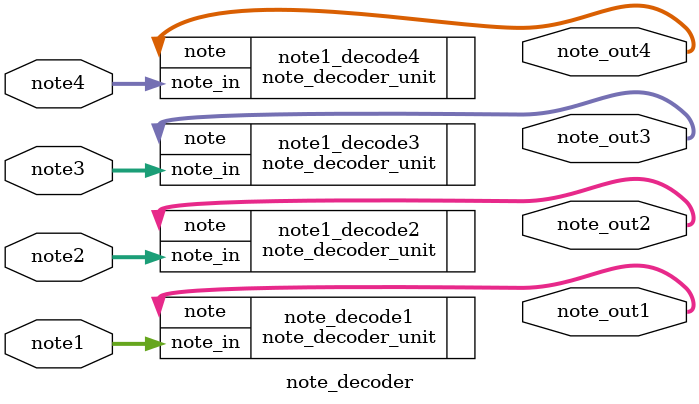
<source format=v>
module note_decoder(
    note1,
    note2,
    note3,
    note4,
    note_out1,
    note_out2,
    note_out3,
    note_out4
);
input [7:0] note1, note2, note3, note4;
output [21:0] note_out1, note_out2, note_out3, note_out4;

note_decoder_unit note_decode1(
    .note_in(note1),
    .note(note_out1)
);

note_decoder_unit note1_decode2(
    .note_in(note2),
    .note(note_out2)
);

note_decoder_unit note1_decode3(
    .note_in(note3),
    .note(note_out3)
);

note_decoder_unit note1_decode4(
    .note_in(note4),
    .note(note_out4)
);
endmodule

</source>
